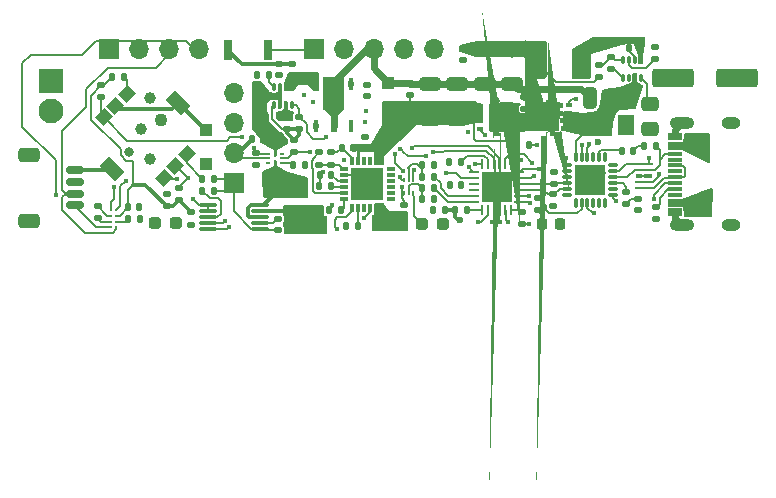
<source format=gtl>
%TF.GenerationSoftware,KiCad,Pcbnew,9.0.0*%
%TF.CreationDate,2025-05-10T22:56:34+02:00*%
%TF.ProjectId,CYPD3177_3.3V_V2_+_OLED,43595044-3331-4373-975f-332e33565f56,rev?*%
%TF.SameCoordinates,Original*%
%TF.FileFunction,Copper,L1,Top*%
%TF.FilePolarity,Positive*%
%FSLAX46Y46*%
G04 Gerber Fmt 4.6, Leading zero omitted, Abs format (unit mm)*
G04 Created by KiCad (PCBNEW 9.0.0) date 2025-05-10 22:56:34*
%MOMM*%
%LPD*%
G01*
G04 APERTURE LIST*
G04 Aperture macros list*
%AMRoundRect*
0 Rectangle with rounded corners*
0 $1 Rounding radius*
0 $2 $3 $4 $5 $6 $7 $8 $9 X,Y pos of 4 corners*
0 Add a 4 corners polygon primitive as box body*
4,1,4,$2,$3,$4,$5,$6,$7,$8,$9,$2,$3,0*
0 Add four circle primitives for the rounded corners*
1,1,$1+$1,$2,$3*
1,1,$1+$1,$4,$5*
1,1,$1+$1,$6,$7*
1,1,$1+$1,$8,$9*
0 Add four rect primitives between the rounded corners*
20,1,$1+$1,$2,$3,$4,$5,0*
20,1,$1+$1,$4,$5,$6,$7,0*
20,1,$1+$1,$6,$7,$8,$9,0*
20,1,$1+$1,$8,$9,$2,$3,0*%
%AMRotRect*
0 Rectangle, with rotation*
0 The origin of the aperture is its center*
0 $1 length*
0 $2 width*
0 $3 Rotation angle, in degrees counterclockwise*
0 Add horizontal line*
21,1,$1,$2,0,0,$3*%
%AMFreePoly0*
4,1,61,-0.141464,1.608536,-0.140000,1.605000,-0.140000,1.230000,0.990000,1.230000,0.993536,1.228536,0.995000,1.225000,0.995000,1.180000,1.290000,1.180000,1.293536,1.178536,1.295000,1.175000,1.295000,0.775000,1.293536,0.771464,1.290000,0.770000,0.995000,0.770000,0.995000,0.530000,1.290000,0.530000,1.293536,0.528536,1.295000,0.525000,1.295000,0.125000,1.293536,0.121464,
1.290000,0.120000,0.995000,0.120000,0.995000,-0.120000,1.290000,-0.120000,1.293536,-0.121464,1.295000,-0.125000,1.295000,-0.525000,1.293536,-0.528536,1.290000,-0.530000,0.995000,-0.530000,0.995000,-0.770000,1.290000,-0.770000,1.293536,-0.771464,1.295000,-0.775000,1.295000,-1.175000,1.293536,-1.178536,1.290000,-1.180000,0.995000,-1.180000,0.995000,-1.225000,0.993536,-1.228536,
0.990000,-1.230000,-0.140000,-1.230000,-0.140000,-1.605000,-0.141464,-1.608536,-0.145000,-1.610000,-0.575000,-1.610000,-0.578536,-1.608536,-0.580000,-1.605000,-0.580000,-1.230000,-0.990000,-1.230000,-0.993536,-1.228536,-0.995000,-1.225000,-0.995000,1.225000,-0.993536,1.228536,-0.990000,1.230000,-0.580000,1.230000,-0.580000,1.605000,-0.578536,1.608536,-0.575000,1.610000,-0.145000,1.610000,
-0.141464,1.608536,-0.141464,1.608536,$1*%
%AMFreePoly1*
4,1,23,0.885280,4.174580,0.889000,4.165600,0.889000,1.397000,0.885280,1.388020,0.884899,1.387654,0.254000,0.807226,0.254000,0.508000,0.250280,0.499020,0.241300,0.495300,0.241300,-0.508000,-0.241300,-0.508000,-0.241300,0.495300,-0.250280,0.499020,-0.254000,0.508000,-0.254000,0.807226,-0.884899,1.387654,-0.888989,1.396471,-0.889000,1.397000,-0.889000,4.165600,-0.885280,4.174580,
-0.876300,4.178300,0.876300,4.178300,0.885280,4.174580,0.885280,4.174580,$1*%
G04 Aperture macros list end*
%TA.AperFunction,SMDPad,CuDef*%
%ADD10R,0.800000X1.700000*%
%TD*%
%TA.AperFunction,ComponentPad*%
%ADD11R,1.700000X1.700000*%
%TD*%
%TA.AperFunction,ComponentPad*%
%ADD12O,1.700000X1.700000*%
%TD*%
%TA.AperFunction,SMDPad,CuDef*%
%ADD13RoundRect,0.140000X-0.140000X-0.170000X0.140000X-0.170000X0.140000X0.170000X-0.140000X0.170000X0*%
%TD*%
%TA.AperFunction,SMDPad,CuDef*%
%ADD14RoundRect,0.135000X0.135000X0.185000X-0.135000X0.185000X-0.135000X-0.185000X0.135000X-0.185000X0*%
%TD*%
%TA.AperFunction,SMDPad,CuDef*%
%ADD15RoundRect,0.140000X0.170000X-0.140000X0.170000X0.140000X-0.170000X0.140000X-0.170000X-0.140000X0*%
%TD*%
%TA.AperFunction,SMDPad,CuDef*%
%ADD16RoundRect,0.140000X-0.170000X0.140000X-0.170000X-0.140000X0.170000X-0.140000X0.170000X0.140000X0*%
%TD*%
%TA.AperFunction,SMDPad,CuDef*%
%ADD17R,0.450000X0.200000*%
%TD*%
%TA.AperFunction,SMDPad,CuDef*%
%ADD18R,0.250000X0.700000*%
%TD*%
%TA.AperFunction,SMDPad,CuDef*%
%ADD19RoundRect,0.135000X0.185000X-0.135000X0.185000X0.135000X-0.185000X0.135000X-0.185000X-0.135000X0*%
%TD*%
%TA.AperFunction,SMDPad,CuDef*%
%ADD20RoundRect,0.135000X-0.135000X-0.185000X0.135000X-0.185000X0.135000X0.185000X-0.135000X0.185000X0*%
%TD*%
%TA.AperFunction,SMDPad,CuDef*%
%ADD21RoundRect,0.140000X0.140000X0.170000X-0.140000X0.170000X-0.140000X-0.170000X0.140000X-0.170000X0*%
%TD*%
%TA.AperFunction,SMDPad,CuDef*%
%ADD22RoundRect,0.075000X-0.650000X-0.075000X0.650000X-0.075000X0.650000X0.075000X-0.650000X0.075000X0*%
%TD*%
%TA.AperFunction,SMDPad,CuDef*%
%ADD23RoundRect,0.250000X-1.500000X-0.550000X1.500000X-0.550000X1.500000X0.550000X-1.500000X0.550000X0*%
%TD*%
%TA.AperFunction,SMDPad,CuDef*%
%ADD24R,0.300000X0.800000*%
%TD*%
%TA.AperFunction,SMDPad,CuDef*%
%ADD25R,0.800000X0.300000*%
%TD*%
%TA.AperFunction,SMDPad,CuDef*%
%ADD26R,2.800000X2.800000*%
%TD*%
%TA.AperFunction,SMDPad,CuDef*%
%ADD27R,0.150000X0.365000*%
%TD*%
%TA.AperFunction,SMDPad,CuDef*%
%ADD28R,0.500000X0.350000*%
%TD*%
%TA.AperFunction,SMDPad,CuDef*%
%ADD29FreePoly0,0.000000*%
%TD*%
%TA.AperFunction,SMDPad,CuDef*%
%ADD30RoundRect,0.062500X-0.350000X-0.062500X0.350000X-0.062500X0.350000X0.062500X-0.350000X0.062500X0*%
%TD*%
%TA.AperFunction,SMDPad,CuDef*%
%ADD31RoundRect,0.062500X-0.062500X-0.350000X0.062500X-0.350000X0.062500X0.350000X-0.062500X0.350000X0*%
%TD*%
%TA.AperFunction,HeatsinkPad*%
%ADD32R,2.600000X2.600000*%
%TD*%
%TA.AperFunction,SMDPad,CuDef*%
%ADD33RoundRect,0.135000X-0.185000X0.135000X-0.185000X-0.135000X0.185000X-0.135000X0.185000X0.135000X0*%
%TD*%
%TA.AperFunction,SMDPad,CuDef*%
%ADD34RoundRect,0.218750X0.218750X0.256250X-0.218750X0.256250X-0.218750X-0.256250X0.218750X-0.256250X0*%
%TD*%
%TA.AperFunction,SMDPad,CuDef*%
%ADD35RoundRect,0.250000X0.475000X-0.337500X0.475000X0.337500X-0.475000X0.337500X-0.475000X-0.337500X0*%
%TD*%
%TA.AperFunction,SMDPad,CuDef*%
%ADD36RoundRect,0.250001X0.462499X0.624999X-0.462499X0.624999X-0.462499X-0.624999X0.462499X-0.624999X0*%
%TD*%
%TA.AperFunction,SMDPad,CuDef*%
%ADD37RoundRect,0.250000X0.325000X0.650000X-0.325000X0.650000X-0.325000X-0.650000X0.325000X-0.650000X0*%
%TD*%
%TA.AperFunction,SMDPad,CuDef*%
%ADD38R,0.431800X1.016000*%
%TD*%
%TA.AperFunction,SMDPad,CuDef*%
%ADD39FreePoly1,0.000000*%
%TD*%
%TA.AperFunction,SMDPad,CuDef*%
%ADD40RoundRect,0.250000X0.650000X-0.325000X0.650000X0.325000X-0.650000X0.325000X-0.650000X-0.325000X0*%
%TD*%
%TA.AperFunction,SMDPad,CuDef*%
%ADD41RoundRect,0.250001X-0.624999X0.462499X-0.624999X-0.462499X0.624999X-0.462499X0.624999X0.462499X0*%
%TD*%
%TA.AperFunction,SMDPad,CuDef*%
%ADD42FreePoly0,180.000000*%
%TD*%
%TA.AperFunction,SMDPad,CuDef*%
%ADD43RoundRect,0.025000X0.257500X0.075000X-0.257500X0.075000X-0.257500X-0.075000X0.257500X-0.075000X0*%
%TD*%
%TA.AperFunction,SMDPad,CuDef*%
%ADD44RoundRect,0.050000X0.232500X0.150000X-0.232500X0.150000X-0.232500X-0.150000X0.232500X-0.150000X0*%
%TD*%
%TA.AperFunction,SMDPad,CuDef*%
%ADD45RoundRect,0.237500X-0.287500X-0.237500X0.287500X-0.237500X0.287500X0.237500X-0.287500X0.237500X0*%
%TD*%
%TA.AperFunction,SMDPad,CuDef*%
%ADD46RoundRect,0.250000X-0.650000X0.325000X-0.650000X-0.325000X0.650000X-0.325000X0.650000X0.325000X0*%
%TD*%
%TA.AperFunction,SMDPad,CuDef*%
%ADD47RoundRect,0.075000X-0.350000X-0.075000X0.350000X-0.075000X0.350000X0.075000X-0.350000X0.075000X0*%
%TD*%
%TA.AperFunction,SMDPad,CuDef*%
%ADD48RoundRect,0.075000X-0.075000X-0.350000X0.075000X-0.350000X0.075000X0.350000X-0.075000X0.350000X0*%
%TD*%
%TA.AperFunction,HeatsinkPad*%
%ADD49R,2.650000X2.650000*%
%TD*%
%TA.AperFunction,SMDPad,CuDef*%
%ADD50RoundRect,0.040000X0.120000X-0.290000X0.120000X0.290000X-0.120000X0.290000X-0.120000X-0.290000X0*%
%TD*%
%TA.AperFunction,SMDPad,CuDef*%
%ADD51RoundRect,0.150000X-0.625000X0.150000X-0.625000X-0.150000X0.625000X-0.150000X0.625000X0.150000X0*%
%TD*%
%TA.AperFunction,SMDPad,CuDef*%
%ADD52RoundRect,0.250000X-0.650000X0.350000X-0.650000X-0.350000X0.650000X-0.350000X0.650000X0.350000X0*%
%TD*%
%TA.AperFunction,SMDPad,CuDef*%
%ADD53R,1.150000X0.300000*%
%TD*%
%TA.AperFunction,ComponentPad*%
%ADD54C,0.650000*%
%TD*%
%TA.AperFunction,HeatsinkPad*%
%ADD55O,2.100000X1.000000*%
%TD*%
%TA.AperFunction,HeatsinkPad*%
%ADD56O,1.600000X1.000000*%
%TD*%
%TA.AperFunction,SMDPad,CuDef*%
%ADD57RoundRect,0.250001X0.499999X0.999999X-0.499999X0.999999X-0.499999X-0.999999X0.499999X-0.999999X0*%
%TD*%
%TA.AperFunction,SMDPad,CuDef*%
%ADD58RoundRect,0.050000X0.100000X-0.285000X0.100000X0.285000X-0.100000X0.285000X-0.100000X-0.285000X0*%
%TD*%
%TA.AperFunction,SMDPad,CuDef*%
%ADD59RoundRect,0.250000X0.300000X-0.300000X0.300000X0.300000X-0.300000X0.300000X-0.300000X-0.300000X0*%
%TD*%
%TA.AperFunction,ComponentPad*%
%ADD60RoundRect,0.250001X-0.799999X0.799999X-0.799999X-0.799999X0.799999X-0.799999X0.799999X0.799999X0*%
%TD*%
%TA.AperFunction,ComponentPad*%
%ADD61C,2.100000*%
%TD*%
%TA.AperFunction,ComponentPad*%
%ADD62C,1.100000*%
%TD*%
%TA.AperFunction,ComponentPad*%
%ADD63C,0.800000*%
%TD*%
%TA.AperFunction,SMDPad,CuDef*%
%ADD64RotRect,1.000000X1.100000X315.000000*%
%TD*%
%TA.AperFunction,SMDPad,CuDef*%
%ADD65RotRect,1.800000X1.150000X315.000000*%
%TD*%
%TA.AperFunction,BGAPad,CuDef*%
%ADD66C,0.265000*%
%TD*%
%TA.AperFunction,ViaPad*%
%ADD67C,0.400000*%
%TD*%
%TA.AperFunction,ViaPad*%
%ADD68C,1.000000*%
%TD*%
%TA.AperFunction,ViaPad*%
%ADD69C,0.600000*%
%TD*%
%TA.AperFunction,ViaPad*%
%ADD70C,1.200000*%
%TD*%
%TA.AperFunction,Conductor*%
%ADD71C,0.200000*%
%TD*%
%TA.AperFunction,Conductor*%
%ADD72C,0.300000*%
%TD*%
%TA.AperFunction,Conductor*%
%ADD73C,0.150000*%
%TD*%
%TA.AperFunction,Conductor*%
%ADD74C,0.600000*%
%TD*%
G04 APERTURE END LIST*
D10*
X117930000Y-81350000D03*
X121330000Y-81350000D03*
D11*
X107920000Y-81290000D03*
D12*
X110460000Y-81290000D03*
X113000000Y-81290000D03*
X115540000Y-81290000D03*
D13*
X126680000Y-91920000D03*
X125720000Y-91920000D03*
D14*
X126700000Y-92850000D03*
X125680000Y-92850000D03*
X121400000Y-83440000D03*
X120380000Y-83440000D03*
D13*
X120020000Y-88910000D03*
X120980000Y-88910000D03*
D15*
X123390000Y-82520000D03*
X123390000Y-83480000D03*
D16*
X122320000Y-83490000D03*
X122320000Y-82530000D03*
D15*
X133400000Y-85130000D03*
X133400000Y-84170000D03*
D17*
X122560000Y-90120000D03*
D18*
X121960000Y-90045000D03*
D17*
X121360000Y-90120000D03*
X121360000Y-90520000D03*
X121360000Y-90920000D03*
D18*
X121960000Y-90995000D03*
D17*
X122560000Y-90920000D03*
X122560000Y-90520000D03*
D16*
X137900000Y-81240000D03*
X137900000Y-82200000D03*
D19*
X113790000Y-94050000D03*
X113790000Y-93030000D03*
D15*
X152690000Y-94900000D03*
X152690000Y-93940000D03*
D20*
X108170000Y-83630000D03*
X109190000Y-83630000D03*
D21*
X137680000Y-92800000D03*
X136720000Y-92800000D03*
D16*
X129700000Y-84290000D03*
X129700000Y-85250000D03*
D19*
X124000000Y-88010000D03*
X124000000Y-86990000D03*
D22*
X116310000Y-94490000D03*
X116310000Y-94990000D03*
X116310000Y-95490000D03*
X116310000Y-95990000D03*
X116310000Y-96490000D03*
X120710000Y-96490000D03*
X120710000Y-95990000D03*
X120710000Y-95490000D03*
X120710000Y-94990000D03*
X120710000Y-94490000D03*
D23*
X155625000Y-83675000D03*
X161025000Y-83675000D03*
D24*
X131000000Y-90700000D03*
X130500000Y-90700000D03*
X130000000Y-90700000D03*
X129500000Y-90700000D03*
X129000000Y-90700000D03*
X128500000Y-90700000D03*
D25*
X127750000Y-91450000D03*
X127750000Y-91950000D03*
X127750000Y-92450000D03*
X127750000Y-92950000D03*
X127750000Y-93450000D03*
X127750000Y-93950000D03*
D24*
X128500000Y-94700000D03*
X129000000Y-94700000D03*
X129500000Y-94700000D03*
X130000000Y-94700000D03*
X130500000Y-94700000D03*
X131000000Y-94700000D03*
D25*
X131750000Y-93950000D03*
X131750000Y-93450000D03*
X131750000Y-92950000D03*
X131750000Y-92450000D03*
X131750000Y-91950000D03*
X131750000Y-91450000D03*
D26*
X129750000Y-92700000D03*
D27*
X133600000Y-92300000D03*
X133250000Y-92300000D03*
X132900000Y-92300000D03*
X132900000Y-93464000D03*
X133250000Y-93464000D03*
X133600000Y-93464000D03*
D28*
X139315000Y-86045000D03*
X139315000Y-86695000D03*
X139315000Y-87345000D03*
X139315000Y-87995000D03*
D29*
X141075000Y-87020000D03*
D13*
X151920000Y-81200000D03*
X152880000Y-81200000D03*
D30*
X138762500Y-91687500D03*
X138762500Y-92187500D03*
X138762500Y-92687500D03*
X138762500Y-93187500D03*
X138762500Y-93687500D03*
X138762500Y-94187500D03*
D31*
X139450000Y-94875000D03*
X139950000Y-94875000D03*
X140450000Y-94875000D03*
X140950000Y-94875000D03*
X141450000Y-94875000D03*
X141950000Y-94875000D03*
D30*
X142637500Y-94187500D03*
X142637500Y-93687500D03*
X142637500Y-93187500D03*
X142637500Y-92687500D03*
X142637500Y-92187500D03*
X142637500Y-91687500D03*
D31*
X141950000Y-91000000D03*
X141450000Y-91000000D03*
X140950000Y-91000000D03*
X140450000Y-91000000D03*
X139950000Y-91000000D03*
X139450000Y-91000000D03*
D32*
X140700000Y-92937500D03*
D19*
X120360000Y-91055000D03*
X120360000Y-90035000D03*
D20*
X134375000Y-91100000D03*
X135395000Y-91100000D03*
D16*
X151700000Y-93387500D03*
X151700000Y-94347500D03*
D20*
X134375000Y-92050000D03*
X135395000Y-92050000D03*
D33*
X150400000Y-81900000D03*
X150400000Y-82920000D03*
X144200000Y-93880000D03*
X144200000Y-94900000D03*
D20*
X134390000Y-93000000D03*
X135410000Y-93000000D03*
D13*
X151310000Y-89860000D03*
X152270000Y-89860000D03*
D34*
X146087500Y-96100000D03*
X144512500Y-96100000D03*
D35*
X153690000Y-87987500D03*
X153690000Y-85912500D03*
D36*
X151700000Y-87720000D03*
X148725000Y-87720000D03*
D20*
X134390000Y-93975000D03*
X135410000Y-93975000D03*
D37*
X151535000Y-85400000D03*
X148585000Y-85400000D03*
D33*
X145530000Y-91670000D03*
X145530000Y-92690000D03*
D19*
X123590000Y-89965000D03*
X123590000Y-88945000D03*
D38*
X125400000Y-87755200D03*
D39*
X126900000Y-87755200D03*
D38*
X128400000Y-87755200D03*
X128400000Y-84250000D03*
X125400000Y-84250000D03*
D14*
X154230000Y-89470000D03*
X153210000Y-89470000D03*
X127560000Y-94890000D03*
X126540000Y-94890000D03*
D15*
X129580000Y-89630000D03*
X129580000Y-88670000D03*
D33*
X154240000Y-94650000D03*
X154240000Y-95670000D03*
D40*
X135050000Y-87135000D03*
X135050000Y-84185000D03*
D33*
X145510000Y-93560000D03*
X145510000Y-94580000D03*
D19*
X112760000Y-94540000D03*
X112760000Y-93520000D03*
D41*
X123820000Y-93112500D03*
X123820000Y-96087500D03*
D19*
X126660000Y-91030000D03*
X126660000Y-90010000D03*
D14*
X137700000Y-90825000D03*
X136680000Y-90825000D03*
D19*
X143050000Y-86310000D03*
X143050000Y-85290000D03*
D14*
X116800000Y-93240000D03*
X115780000Y-93240000D03*
D33*
X125690000Y-90010000D03*
X125690000Y-91030000D03*
D28*
X146810000Y-87975000D03*
X146810000Y-87325000D03*
X146810000Y-86675000D03*
X146810000Y-86025000D03*
D42*
X145050000Y-87000000D03*
D20*
X137190000Y-94900000D03*
X138210000Y-94900000D03*
D43*
X153600000Y-93000000D03*
X153600000Y-92500000D03*
D44*
X153600000Y-92000000D03*
D43*
X153600000Y-91500000D03*
X153600000Y-91000000D03*
X152765000Y-91000000D03*
X152765000Y-91500000D03*
D44*
X152765000Y-92000000D03*
D43*
X152765000Y-92500000D03*
X152765000Y-93000000D03*
D45*
X111800000Y-95950000D03*
X113550000Y-95950000D03*
D46*
X142000000Y-81225000D03*
X142000000Y-84175000D03*
D47*
X146700000Y-91110000D03*
X146700000Y-91610000D03*
X146700000Y-92110000D03*
X146700000Y-92610000D03*
X146700000Y-93110000D03*
X146700000Y-93610000D03*
D48*
X147400000Y-94310000D03*
X147900000Y-94310000D03*
X148400000Y-94310000D03*
X148900000Y-94310000D03*
X149400000Y-94310000D03*
X149900000Y-94310000D03*
D47*
X150600000Y-93610000D03*
X150600000Y-93110000D03*
X150600000Y-92610000D03*
X150600000Y-92110000D03*
X150600000Y-91610000D03*
X150600000Y-91110000D03*
D48*
X149900000Y-90410000D03*
X149400000Y-90410000D03*
X148900000Y-90410000D03*
X148400000Y-90410000D03*
X147900000Y-90410000D03*
X147400000Y-90410000D03*
D49*
X148650000Y-92360000D03*
D20*
X127920000Y-96260000D03*
X128940000Y-96260000D03*
D15*
X132900000Y-95405000D03*
X132900000Y-94445000D03*
D50*
X151400000Y-83670000D03*
X151900000Y-83670000D03*
X152400000Y-83670000D03*
X152900000Y-83670000D03*
X152900000Y-82200000D03*
X152400000Y-82200000D03*
X151900000Y-82200000D03*
X151400000Y-82200000D03*
D51*
X105000000Y-91500000D03*
X105000000Y-92500000D03*
X105000000Y-93500000D03*
X105000000Y-94500000D03*
D52*
X101125000Y-90200000D03*
X101125000Y-95800000D03*
D40*
X137360000Y-87135000D03*
X137360000Y-84185000D03*
D53*
X155800000Y-95210000D03*
D54*
X156865000Y-94750000D03*
D53*
X155800000Y-94410000D03*
X155800000Y-93110000D03*
X155800000Y-92110000D03*
X155800000Y-91610000D03*
X155800000Y-90610000D03*
X155800000Y-89310000D03*
D54*
X156865000Y-88970000D03*
D53*
X155800000Y-88510000D03*
X155800000Y-88810000D03*
X155800000Y-89610000D03*
X155800000Y-90110000D03*
X155800000Y-91110000D03*
X155800000Y-92610000D03*
X155800000Y-93610000D03*
X155800000Y-94110000D03*
X155800000Y-94910000D03*
D55*
X156365000Y-96180000D03*
D56*
X160545000Y-96180000D03*
D55*
X156365000Y-87540000D03*
D56*
X160545000Y-87540000D03*
D13*
X123500000Y-91030000D03*
X124460000Y-91030000D03*
D19*
X154100000Y-82110000D03*
X154100000Y-81090000D03*
D16*
X122180000Y-95620000D03*
X122180000Y-96580000D03*
D20*
X135330000Y-94900000D03*
X136350000Y-94900000D03*
D57*
X147900000Y-82500000D03*
X144200000Y-82500000D03*
D14*
X116800000Y-92270000D03*
X115780000Y-92270000D03*
D15*
X106920000Y-94580000D03*
X106920000Y-95540000D03*
D58*
X121850000Y-85980000D03*
X122350000Y-85980000D03*
X122850000Y-85980000D03*
X123350000Y-85980000D03*
X123350000Y-84500000D03*
X122850000Y-84500000D03*
X122350000Y-84500000D03*
X121850000Y-84500000D03*
D46*
X139700000Y-81225000D03*
X139700000Y-84175000D03*
D33*
X107250000Y-84330000D03*
X107250000Y-85350000D03*
D20*
X127590000Y-89600000D03*
X128610000Y-89600000D03*
D45*
X134425000Y-96100000D03*
X136175000Y-96100000D03*
D14*
X143460000Y-89340000D03*
X142440000Y-89340000D03*
D59*
X131550000Y-86950000D03*
X131550000Y-84150000D03*
X116075000Y-90950000D03*
X116075000Y-88150000D03*
D15*
X123000000Y-87990000D03*
X123000000Y-87030000D03*
D33*
X142880000Y-95050000D03*
X142880000Y-96070000D03*
D60*
X103000000Y-84000000D03*
D61*
X103000000Y-86540000D03*
D14*
X109490000Y-95620000D03*
X110510000Y-95620000D03*
D11*
X125215000Y-81260000D03*
D12*
X127755000Y-81260000D03*
X130295000Y-81260000D03*
X132835000Y-81260000D03*
X135375000Y-81260000D03*
D62*
X112304037Y-87262132D03*
D63*
X109617031Y-89949138D03*
D64*
X109404899Y-85070101D03*
X108414950Y-86060051D03*
X107425000Y-87050000D03*
X114496068Y-90161270D03*
X113506118Y-91151219D03*
X112516169Y-92141169D03*
D65*
X113767748Y-85798421D03*
X108153320Y-91412849D03*
D66*
X108020000Y-94860000D03*
X108020000Y-95360000D03*
X108020000Y-95860000D03*
X108020000Y-96360000D03*
X108520000Y-96360000D03*
X108520000Y-95860000D03*
X108520000Y-95360000D03*
X108520000Y-94860000D03*
D19*
X149400000Y-83620000D03*
X149400000Y-82600000D03*
X114830000Y-96112500D03*
X114830000Y-95092500D03*
D12*
X118460000Y-84960000D03*
X118460000Y-87500000D03*
X118460000Y-90040000D03*
D11*
X118460000Y-92580000D03*
D13*
X110470000Y-94670000D03*
X109510000Y-94670000D03*
D67*
X154240000Y-94650000D03*
X154003035Y-93981874D03*
X148530000Y-89330000D03*
X109320000Y-92410000D03*
D68*
X111340000Y-90530000D03*
D67*
X110470000Y-94670000D03*
X108330000Y-92930000D03*
X113662136Y-92256388D03*
D69*
X108153320Y-91412849D03*
D68*
X111340000Y-85440000D03*
X110620000Y-87990000D03*
D67*
X139140000Y-95880000D03*
X114540000Y-92190000D03*
X138888724Y-91017295D03*
X138264000Y-88279182D03*
X109404899Y-85070101D03*
X103370000Y-93590000D03*
X105000000Y-94500000D03*
X143548616Y-94279646D03*
X143438635Y-93687500D03*
D68*
X139690000Y-81450000D03*
X141990000Y-81480000D03*
D69*
X113767748Y-85798421D03*
D67*
X114970000Y-93980000D03*
X123000000Y-87990000D03*
X121400000Y-83440000D03*
X122180000Y-95620000D03*
X126009718Y-91647955D03*
X124460000Y-91030000D03*
X126760000Y-94480000D03*
X132660000Y-92970000D03*
X152270000Y-89860000D03*
X154240000Y-95670000D03*
X151700000Y-94347500D03*
X143490000Y-96070000D03*
D69*
X117970000Y-81390000D03*
X116075000Y-88150000D03*
X146100000Y-96190000D03*
D68*
X142000000Y-84175000D03*
X139700000Y-84175000D03*
D67*
X135395314Y-91100314D03*
X136400000Y-91730000D03*
X135410000Y-93970000D03*
X136720000Y-92800000D03*
D68*
X130080000Y-91990000D03*
X149450000Y-91790000D03*
X140700000Y-92937500D03*
D67*
X136680000Y-90825000D03*
D69*
X137590000Y-95690000D03*
D67*
X145530000Y-91670000D03*
X145510000Y-94580000D03*
D69*
X149290000Y-89120000D03*
D67*
X144200000Y-82500000D03*
X127760000Y-90610000D03*
X137680000Y-92800000D03*
X120380000Y-83440000D03*
X124420000Y-85139000D03*
D68*
X122420000Y-93160000D03*
X158376000Y-93710000D03*
X158230000Y-90070000D03*
D67*
X129670000Y-86470000D03*
X129550000Y-87460000D03*
X125180000Y-85740000D03*
D69*
X122350000Y-86990000D03*
D70*
X160950000Y-83675000D03*
D67*
X133747262Y-91500027D03*
D69*
X153690000Y-85912500D03*
D67*
X153327000Y-92000000D03*
X154100000Y-81090000D03*
X150400000Y-82920000D03*
D70*
X151700000Y-87720000D03*
D68*
X158210000Y-88950000D03*
D67*
X146550000Y-90500000D03*
D68*
X158270000Y-94910000D03*
D70*
X153690000Y-87987500D03*
D69*
X123000000Y-87030000D03*
X129700000Y-84290000D03*
X128400000Y-84250000D03*
X125400000Y-87755200D03*
D68*
X154430000Y-83670000D03*
X135040000Y-86560000D03*
X133280000Y-86510000D03*
X156800000Y-83650000D03*
X132160000Y-95870000D03*
X123820000Y-93112500D03*
X130920000Y-95850000D03*
X123820000Y-96087500D03*
X125540000Y-96090000D03*
D67*
X132500000Y-92100000D03*
D69*
X111800000Y-95950000D03*
D67*
X134425000Y-96100000D03*
X133550000Y-89660000D03*
X115780000Y-93240000D03*
X119160000Y-88730000D03*
X138340000Y-91260000D03*
X154446832Y-91876085D03*
X153570000Y-90490000D03*
X115780000Y-92270000D03*
X140353300Y-95897737D03*
X143050000Y-86310000D03*
X150850000Y-94150000D03*
X144150000Y-89350000D03*
X120161000Y-89620000D03*
X132750000Y-91554564D03*
X132120000Y-90110000D03*
X140980000Y-95860000D03*
X132560000Y-89690000D03*
X134740000Y-90340000D03*
X124880000Y-89965000D03*
X143840000Y-91970000D03*
X143725000Y-90866479D03*
X127190000Y-96520000D03*
X142880000Y-95050000D03*
X144270000Y-91400000D03*
X148980000Y-95150000D03*
X118070000Y-96300000D03*
X145530000Y-92690000D03*
X135300000Y-89990000D03*
X127560000Y-94890000D03*
X128940000Y-96260000D03*
X141646446Y-95906446D03*
X117730000Y-95790000D03*
X145500000Y-93560000D03*
X126270000Y-88660000D03*
X142800000Y-90650000D03*
X139700000Y-88500000D03*
X147450000Y-85490000D03*
X147930000Y-89360000D03*
X138210000Y-94900000D03*
X129500000Y-95560000D03*
D71*
X154504035Y-94385965D02*
X154240000Y-94650000D01*
X154504035Y-93835965D02*
X154504035Y-94385965D01*
X155225000Y-93115000D02*
X154504035Y-93835965D01*
X154003035Y-93616965D02*
X154003035Y-93981874D01*
X155005000Y-92615000D02*
X154003035Y-93616965D01*
X155225000Y-93115000D02*
X155810000Y-93115000D01*
X155005000Y-92615000D02*
X155810000Y-92615000D01*
X153327000Y-92000000D02*
X152765000Y-92000000D01*
X153600000Y-90520000D02*
X153600000Y-91000000D01*
X153570000Y-90490000D02*
X153600000Y-90520000D01*
X148530000Y-89470000D02*
X148530000Y-89330000D01*
X148400000Y-89600000D02*
X148530000Y-89470000D01*
X147900000Y-89390000D02*
X147930000Y-89360000D01*
X147900000Y-90410000D02*
X147900000Y-89390000D01*
X108330000Y-92930000D02*
X108275002Y-92984998D01*
X108020000Y-94170000D02*
X108020000Y-94860000D01*
X108275002Y-93914998D02*
X108020000Y-94170000D01*
X108275002Y-92984998D02*
X108275002Y-93914998D01*
X108830000Y-93122125D02*
X108830000Y-94550000D01*
X108850000Y-92880000D02*
X108850000Y-93102125D01*
X109320000Y-92410000D02*
X108850000Y-92880000D01*
X108850000Y-93102125D02*
X108830000Y-93122125D01*
X108830000Y-94550000D02*
X108520000Y-94860000D01*
X100540000Y-87828840D02*
X103370000Y-90658840D01*
X103370000Y-90658840D02*
X103370000Y-93590000D01*
X100540000Y-82470000D02*
X100540000Y-87828840D01*
X101271538Y-81738462D02*
X100540000Y-82470000D01*
X105579538Y-81738462D02*
X101271538Y-81738462D01*
X109830138Y-90700138D02*
X109910232Y-90780232D01*
X109910232Y-90780232D02*
X109910232Y-92749000D01*
X108866031Y-90260212D02*
X109305957Y-90700138D01*
X108866031Y-89736031D02*
X108866031Y-90260212D01*
X106381538Y-87251538D02*
X108866031Y-89736031D01*
X109305957Y-90700138D02*
X109830138Y-90700138D01*
X106381538Y-85198462D02*
X106381538Y-87251538D01*
X107250000Y-84330000D02*
X106381538Y-85198462D01*
X111849000Y-82851000D02*
X113000000Y-81700000D01*
X107788660Y-82851000D02*
X111849000Y-82851000D01*
X105980538Y-86139462D02*
X105980538Y-84659122D01*
X105980538Y-84659122D02*
X107788660Y-82851000D01*
X103924000Y-93198999D02*
X103924000Y-88196000D01*
X103924000Y-88196000D02*
X105980538Y-86139462D01*
X104225001Y-93500000D02*
X103924000Y-93198999D01*
X109510000Y-94300000D02*
X109500000Y-94290000D01*
X109510000Y-94670000D02*
X109510000Y-94300000D01*
X107700000Y-95360000D02*
X106920000Y-94580000D01*
X108020000Y-95360000D02*
X107700000Y-95360000D01*
X109499660Y-94670000D02*
X109510000Y-94670000D01*
X108809660Y-95360000D02*
X109499660Y-94670000D01*
X108520000Y-95360000D02*
X108809660Y-95360000D01*
X109250000Y-95860000D02*
X109490000Y-95620000D01*
X108520000Y-95860000D02*
X109250000Y-95860000D01*
X107240000Y-95860000D02*
X106920000Y-95540000D01*
X108020000Y-95860000D02*
X107240000Y-95860000D01*
X108199562Y-96793500D02*
X108520000Y-96473062D01*
X108520000Y-96473062D02*
X108520000Y-96360000D01*
X105876532Y-96793500D02*
X108199562Y-96793500D01*
X103924000Y-94840968D02*
X105876532Y-96793500D01*
X103924000Y-93801001D02*
X103924000Y-94840968D01*
X104225001Y-93500000D02*
X103924000Y-93801001D01*
X106802450Y-96360000D02*
X108020000Y-96360000D01*
X105361000Y-94861000D02*
X105361000Y-94918550D01*
X105361000Y-94918550D02*
X106802450Y-96360000D01*
X109500000Y-93159232D02*
X109910232Y-92749000D01*
X109500000Y-94290000D02*
X109500000Y-93159232D01*
D72*
X110969000Y-92749000D02*
X109910232Y-92749000D01*
X112760000Y-94540000D02*
X110969000Y-92749000D01*
D71*
X113790000Y-92940000D02*
X114540000Y-92190000D01*
X113790000Y-93030000D02*
X113790000Y-92940000D01*
X112631388Y-92256388D02*
X112516169Y-92141169D01*
X113662136Y-92256388D02*
X112631388Y-92256388D01*
X113790000Y-91435101D02*
X113506118Y-91151219D01*
X113790000Y-91440000D02*
X113790000Y-91435101D01*
X114540000Y-92190000D02*
X113790000Y-91440000D01*
D72*
X105000000Y-91500000D02*
X105774999Y-91500000D01*
D71*
X139373298Y-95880000D02*
X139140000Y-95880000D01*
X139950000Y-95303298D02*
X139373298Y-95880000D01*
X139950000Y-94875000D02*
X139950000Y-95303298D01*
X138906019Y-91000000D02*
X138888724Y-91017295D01*
X139450000Y-91000000D02*
X138906019Y-91000000D01*
X138620000Y-91545000D02*
X138762500Y-91687500D01*
X138340000Y-91260000D02*
X138620000Y-91540000D01*
X138620000Y-91540000D02*
X138620000Y-91545000D01*
X109404899Y-83844899D02*
X109190000Y-83630000D01*
X109404899Y-85070101D02*
X109404899Y-83844899D01*
X106769000Y-80549000D02*
X114389000Y-80549000D01*
X105579538Y-81738462D02*
X106769000Y-80549000D01*
X114389000Y-80549000D02*
X115540000Y-81700000D01*
X105000000Y-93500000D02*
X104225001Y-93500000D01*
X105000000Y-94500000D02*
X105361000Y-94861000D01*
D73*
X143377500Y-94187500D02*
X142637500Y-94187500D01*
X143469646Y-94279646D02*
X143377500Y-94187500D01*
X143548616Y-94279646D02*
X143469646Y-94279646D01*
X142637500Y-93687500D02*
X143438635Y-93687500D01*
D72*
X144512500Y-95212500D02*
X144200000Y-94900000D01*
X144512500Y-96100000D02*
X144512500Y-95212500D01*
X142000000Y-81470000D02*
X141990000Y-81480000D01*
X142000000Y-81225000D02*
X142000000Y-81470000D01*
X139700000Y-81440000D02*
X139690000Y-81450000D01*
X139700000Y-81225000D02*
X139700000Y-81440000D01*
X113255037Y-86311132D02*
X113767748Y-85798421D01*
X108414950Y-86060051D02*
X108666031Y-86311132D01*
X108666031Y-86311132D02*
X113255037Y-86311132D01*
X116075000Y-88105673D02*
X116075000Y-88150000D01*
X113767748Y-85798421D02*
X116075000Y-88105673D01*
X108066169Y-91500000D02*
X108153320Y-91412849D01*
X105000000Y-91500000D02*
X108066169Y-91500000D01*
D71*
X115480000Y-94490000D02*
X114970000Y-93980000D01*
X116310000Y-94490000D02*
X115480000Y-94490000D01*
X116310000Y-94490000D02*
X116310000Y-94990000D01*
X121400000Y-84050000D02*
X121850000Y-84500000D01*
X121400000Y-83440000D02*
X121400000Y-84050000D01*
X121700000Y-87189943D02*
X122500057Y-87990000D01*
X122500057Y-87990000D02*
X123000000Y-87990000D01*
X121700000Y-86130000D02*
X121700000Y-87189943D01*
X121850000Y-85980000D02*
X121700000Y-86130000D01*
D72*
X123980000Y-87990000D02*
X124000000Y-88010000D01*
X123000000Y-87990000D02*
X123980000Y-87990000D01*
X124000000Y-88535000D02*
X123590000Y-88945000D01*
X124000000Y-88010000D02*
X124000000Y-88535000D01*
X123000000Y-88355000D02*
X123590000Y-88945000D01*
X123000000Y-87990000D02*
X123000000Y-88355000D01*
D73*
X121349000Y-90509000D02*
X118929000Y-90509000D01*
X118929000Y-90509000D02*
X118460000Y-90040000D01*
X121360000Y-90520000D02*
X121349000Y-90509000D01*
D71*
X121810000Y-95990000D02*
X122180000Y-95620000D01*
X120710000Y-95990000D02*
X121810000Y-95990000D01*
X125720000Y-91920000D02*
X125737673Y-91920000D01*
X125737673Y-91920000D02*
X126009718Y-91647955D01*
X126760000Y-94670000D02*
X126760000Y-94480000D01*
X126540000Y-94890000D02*
X126760000Y-94670000D01*
X125720000Y-92810000D02*
X125680000Y-92850000D01*
X125720000Y-91920000D02*
X125720000Y-92810000D01*
X130040000Y-91950000D02*
X130080000Y-91990000D01*
X127750000Y-91950000D02*
X130040000Y-91950000D01*
X132660000Y-92970000D02*
X132660000Y-93624000D01*
X132660000Y-93624000D02*
X132700000Y-93664000D01*
X152660000Y-89470000D02*
X152270000Y-89860000D01*
X153210000Y-89470000D02*
X152660000Y-89470000D01*
X152107500Y-93940000D02*
X151700000Y-94347500D01*
X152690000Y-93940000D02*
X152107500Y-93940000D01*
X142880000Y-96070000D02*
X143490000Y-96070000D01*
D72*
X117970000Y-81390000D02*
X119131000Y-82551000D01*
X123359000Y-82551000D02*
X123390000Y-82520000D01*
X119131000Y-82551000D02*
X123359000Y-82551000D01*
X117930000Y-81350000D02*
X117970000Y-81390000D01*
X118890000Y-90040000D02*
X118460000Y-90040000D01*
X120020000Y-88910000D02*
X118890000Y-90040000D01*
D74*
X143050000Y-84912000D02*
X142790000Y-84652000D01*
X143050000Y-85290000D02*
X143050000Y-84912000D01*
X142477000Y-84652000D02*
X142790000Y-84652000D01*
X142790000Y-84652000D02*
X147837000Y-84652000D01*
X147837000Y-84652000D02*
X148585000Y-85400000D01*
X142000000Y-84175000D02*
X142477000Y-84652000D01*
X155810000Y-88110000D02*
X155810000Y-88515000D01*
X156375000Y-87545000D02*
X155810000Y-88110000D01*
X155810000Y-95620000D02*
X156375000Y-96185000D01*
X155810000Y-95215000D02*
X155810000Y-95620000D01*
X130295000Y-82895000D02*
X131550000Y-84150000D01*
X130295000Y-81260000D02*
X130295000Y-82895000D01*
X129665603Y-81260000D02*
X130295000Y-81260000D01*
X126900000Y-84025603D02*
X129665603Y-81260000D01*
X126900000Y-87755200D02*
X126900000Y-84025603D01*
X133415000Y-84185000D02*
X133400000Y-84170000D01*
X135050000Y-84185000D02*
X133415000Y-84185000D01*
X133400000Y-84170000D02*
X131570000Y-84170000D01*
X131570000Y-84170000D02*
X131550000Y-84150000D01*
X141990000Y-84185000D02*
X142000000Y-84175000D01*
X135050000Y-84185000D02*
X141990000Y-84185000D01*
D71*
X137250000Y-91770000D02*
X137667500Y-92187500D01*
X136440000Y-91770000D02*
X137250000Y-91770000D01*
X137667500Y-92187500D02*
X138762500Y-92187500D01*
X136400000Y-91730000D02*
X136440000Y-91770000D01*
X139830898Y-89885500D02*
X140450000Y-90504602D01*
X136254500Y-89885500D02*
X139830898Y-89885500D01*
X140450000Y-90504602D02*
X140450000Y-91000000D01*
X136150000Y-89990000D02*
X136254500Y-89885500D01*
X135300000Y-89990000D02*
X136150000Y-89990000D01*
D72*
X137190000Y-95440000D02*
X137190000Y-94900000D01*
X137590000Y-95690000D02*
X137440000Y-95690000D01*
X137440000Y-95690000D02*
X137190000Y-95440000D01*
X137190000Y-94900000D02*
X136350000Y-94900000D01*
D71*
X153430000Y-84200000D02*
X152900000Y-83670000D01*
X153430000Y-85652500D02*
X153430000Y-84200000D01*
X153690000Y-85912500D02*
X153430000Y-85652500D01*
X151182500Y-89820000D02*
X151222500Y-89860000D01*
X149531176Y-89820000D02*
X151182500Y-89820000D01*
X149400000Y-89951176D02*
X149531176Y-89820000D01*
X149400000Y-90410000D02*
X149400000Y-89951176D01*
X125125000Y-81350000D02*
X125215000Y-81260000D01*
X121330000Y-81350000D02*
X125125000Y-81350000D01*
X107470000Y-84330000D02*
X108170000Y-83630000D01*
X107250000Y-84330000D02*
X107470000Y-84330000D01*
D72*
X113300000Y-94540000D02*
X113790000Y-94050000D01*
X112760000Y-94540000D02*
X113300000Y-94540000D01*
X114830000Y-95090000D02*
X113790000Y-94050000D01*
X114830000Y-95092500D02*
X114830000Y-95090000D01*
D71*
X120800000Y-96580000D02*
X120710000Y-96490000D01*
X122180000Y-96580000D02*
X120800000Y-96580000D01*
X118460000Y-94998824D02*
X119951176Y-96490000D01*
X119951176Y-96490000D02*
X120710000Y-96490000D01*
X118460000Y-92580000D02*
X118460000Y-94998824D01*
X116800000Y-93240000D02*
X117800000Y-93240000D01*
X117800000Y-93240000D02*
X118460000Y-92580000D01*
X118150000Y-92270000D02*
X118460000Y-92580000D01*
X116800000Y-92270000D02*
X118150000Y-92270000D01*
X120445000Y-90120000D02*
X121360000Y-90120000D01*
X120161000Y-89836000D02*
X120445000Y-90120000D01*
X120161000Y-89620000D02*
X120161000Y-89836000D01*
D72*
X120960000Y-94490000D02*
X120710000Y-94490000D01*
X122000000Y-93450000D02*
X120960000Y-94490000D01*
X122130000Y-93450000D02*
X122000000Y-93450000D01*
X122420000Y-93160000D02*
X122130000Y-93450000D01*
D71*
X123035000Y-90520000D02*
X122560000Y-90520000D01*
X123590000Y-89965000D02*
X123035000Y-90520000D01*
X124880000Y-89965000D02*
X123590000Y-89965000D01*
X124621000Y-87611000D02*
X124000000Y-86990000D01*
X125190000Y-88870000D02*
X124621000Y-88301000D01*
X126270000Y-88660000D02*
X126060000Y-88870000D01*
X126060000Y-88870000D02*
X125190000Y-88870000D01*
X124621000Y-88301000D02*
X124621000Y-87611000D01*
X119160000Y-88730000D02*
X118142240Y-88730000D01*
X117871240Y-89001000D02*
X109376000Y-89001000D01*
X109376000Y-89001000D02*
X107425000Y-87050000D01*
X118142240Y-88730000D02*
X117871240Y-89001000D01*
D72*
X122722500Y-94990000D02*
X123820000Y-96087500D01*
X120710000Y-94990000D02*
X122722500Y-94990000D01*
X119634000Y-94736466D02*
X119880466Y-94490000D01*
X119634000Y-95384000D02*
X119634000Y-94736466D01*
X119880466Y-94490000D02*
X120710000Y-94490000D01*
X119740000Y-95490000D02*
X119634000Y-95384000D01*
X120710000Y-95490000D02*
X119740000Y-95490000D01*
D71*
X152137644Y-82831000D02*
X153379000Y-82831000D01*
X151900000Y-82200000D02*
X151900000Y-82593356D01*
X153379000Y-82831000D02*
X154100000Y-82110000D01*
X151900000Y-82593356D02*
X152137644Y-82831000D01*
X150400000Y-82920000D02*
X150650000Y-82920000D01*
X133600000Y-91647289D02*
X133747262Y-91500027D01*
X132700000Y-93900000D02*
X132900000Y-94100000D01*
X132900000Y-93464000D02*
X132700000Y-93664000D01*
X133600000Y-92300000D02*
X133600000Y-91647289D01*
X132900000Y-94100000D02*
X132900000Y-94445000D01*
X150650000Y-82920000D02*
X151400000Y-83670000D01*
X132700000Y-93664000D02*
X132700000Y-93900000D01*
X151920000Y-81420000D02*
X151920000Y-81200000D01*
X152400000Y-82200000D02*
X152400000Y-81900000D01*
X152400000Y-81900000D02*
X151920000Y-81420000D01*
X146550000Y-90500000D02*
X146550000Y-90960000D01*
X146550000Y-90960000D02*
X146700000Y-91110000D01*
X145751000Y-84051000D02*
X144200000Y-82500000D01*
X148969000Y-84051000D02*
X145751000Y-84051000D01*
X149400000Y-83620000D02*
X148969000Y-84051000D01*
X138764000Y-88832521D02*
X138764000Y-87446000D01*
X142440000Y-89340000D02*
X142100000Y-89000000D01*
X138764000Y-87446000D02*
X138865000Y-87345000D01*
X133280000Y-86510000D02*
X133400000Y-86390000D01*
X138931479Y-89000000D02*
X138764000Y-88832521D01*
X142100000Y-89000000D02*
X138931479Y-89000000D01*
X138865000Y-87345000D02*
X139315000Y-87345000D01*
X133400000Y-86390000D02*
X133400000Y-85130000D01*
X151377500Y-92610000D02*
X151700000Y-92932500D01*
X150600000Y-92610000D02*
X151377500Y-92610000D01*
X151700000Y-92932500D02*
X151700000Y-93300000D01*
X127750000Y-92450000D02*
X127240340Y-92450000D01*
X126710340Y-91920000D02*
X126680000Y-91920000D01*
X127240340Y-92450000D02*
X126710340Y-91920000D01*
X122560000Y-90920000D02*
X123390000Y-90920000D01*
X123390000Y-90920000D02*
X123500000Y-91030000D01*
X132700000Y-92300000D02*
X132751000Y-92300000D01*
X132751000Y-92300000D02*
X132900000Y-92300000D01*
X132500000Y-92100000D02*
X132700000Y-92300000D01*
X133721442Y-95396442D02*
X134425000Y-96100000D01*
X133600000Y-93464000D02*
X133600000Y-93621324D01*
X133600000Y-93621324D02*
X133721442Y-93742766D01*
X133721442Y-93742766D02*
X133721442Y-95396442D01*
X127330000Y-91030000D02*
X127750000Y-91450000D01*
X126660000Y-91030000D02*
X127330000Y-91030000D01*
X126660000Y-91030000D02*
X125690000Y-91030000D01*
X127180000Y-90010000D02*
X127590000Y-89600000D01*
X128500000Y-90510000D02*
X127590000Y-89600000D01*
X126660000Y-90010000D02*
X127180000Y-90010000D01*
X128500000Y-90700000D02*
X128500000Y-90510000D01*
X133246262Y-91292506D02*
X133250000Y-91296244D01*
X133250000Y-91296244D02*
X133250000Y-92300000D01*
X134375000Y-92050000D02*
X134375000Y-91419244D01*
X134375000Y-91100000D02*
X134375000Y-92050000D01*
X134375000Y-91419244D02*
X133954783Y-90999027D01*
X133539741Y-90999027D02*
X133246262Y-91292506D01*
X133954783Y-90999027D02*
X133539741Y-90999027D01*
X125069000Y-90710660D02*
X125120000Y-90659660D01*
X125120000Y-90580000D02*
X125690000Y-90010000D01*
X125360660Y-93471000D02*
X125160000Y-93270340D01*
X125120000Y-90659660D02*
X125120000Y-90580000D01*
X127750000Y-93450000D02*
X127729000Y-93471000D01*
X125160000Y-91440340D02*
X125069000Y-91349340D01*
X125160000Y-93270340D02*
X125160000Y-91440340D01*
X133550000Y-89660000D02*
X133725500Y-89484500D01*
X133725500Y-89484500D02*
X139996998Y-89484500D01*
X140950000Y-90437502D02*
X140950000Y-91000000D01*
X117068824Y-95490000D02*
X117336000Y-95222824D01*
X117336000Y-94077660D02*
X117119340Y-93861000D01*
X117119340Y-93861000D02*
X116401000Y-93861000D01*
X139996998Y-89484500D02*
X140950000Y-90437502D01*
X116310000Y-95490000D02*
X117068824Y-95490000D01*
X116401000Y-93861000D02*
X115780000Y-93240000D01*
X117336000Y-95222824D02*
X117336000Y-94077660D01*
X126800000Y-92950000D02*
X126700000Y-92850000D01*
X127750000Y-92950000D02*
X126800000Y-92950000D01*
X133424500Y-92700000D02*
X133250000Y-92874500D01*
X134090000Y-92700000D02*
X133424500Y-92700000D01*
X134390000Y-93000000D02*
X134090000Y-92700000D01*
X133250000Y-92874500D02*
X133250000Y-93464000D01*
X134390000Y-93975000D02*
X134390000Y-93000000D01*
X107250000Y-85350000D02*
X107250000Y-86875000D01*
X107250000Y-86875000D02*
X107425000Y-87050000D01*
X154900000Y-92150000D02*
X155815000Y-92150000D01*
X156485000Y-91115000D02*
X156686000Y-91316000D01*
X155810000Y-91115000D02*
X156485000Y-91115000D01*
X154050000Y-93000000D02*
X154900000Y-92150000D01*
X156686000Y-91316000D02*
X156686000Y-91963000D01*
X156686000Y-91963000D02*
X156534000Y-92115000D01*
X156534000Y-92115000D02*
X155810000Y-92115000D01*
X153600000Y-93000000D02*
X152765000Y-93000000D01*
X153600000Y-93000000D02*
X154050000Y-93000000D01*
X154500000Y-90638000D02*
X154988000Y-90150000D01*
X154551000Y-90587000D02*
X154500000Y-90638000D01*
X154230000Y-89470000D02*
X154551000Y-89791000D01*
X154500000Y-91100000D02*
X154500000Y-90638000D01*
X151774726Y-92110000D02*
X152384726Y-91500000D01*
X152384726Y-91500000D02*
X152765000Y-91500000D01*
X153600000Y-91500000D02*
X152765000Y-91500000D01*
X154100000Y-91500000D02*
X154500000Y-91100000D01*
X154551000Y-89791000D02*
X154551000Y-90587000D01*
X150600000Y-92110000D02*
X151774726Y-92110000D01*
X154988000Y-90150000D02*
X155815000Y-90150000D01*
X153600000Y-91500000D02*
X154100000Y-91500000D01*
X153980274Y-92500000D02*
X152765000Y-92500000D01*
X154446832Y-92033442D02*
X153980274Y-92500000D01*
X154446832Y-91876085D02*
X154446832Y-92033442D01*
X151058824Y-91610000D02*
X150600000Y-91610000D01*
X151668824Y-91000000D02*
X151058824Y-91610000D01*
X152765000Y-91000000D02*
X151668824Y-91000000D01*
X153600000Y-91000000D02*
X152765000Y-91000000D01*
X147400000Y-89045000D02*
X148725000Y-87720000D01*
X147400000Y-90410000D02*
X147400000Y-89045000D01*
X114496068Y-90937673D02*
X114496068Y-90161270D01*
X115780000Y-92221605D02*
X114496068Y-90937673D01*
X115780000Y-92270000D02*
X115780000Y-92221605D01*
X140353300Y-95897737D02*
X140450000Y-95801037D01*
X140450000Y-95801037D02*
X140450000Y-94875000D01*
X147900000Y-94768824D02*
X147900000Y-94310000D01*
X144200000Y-93880000D02*
X144889000Y-94569000D01*
X144889000Y-94569000D02*
X144889000Y-94899340D01*
X145140660Y-95151000D02*
X147517824Y-95151000D01*
X144889000Y-94899340D02*
X145140660Y-95151000D01*
X147517824Y-95151000D02*
X147900000Y-94768824D01*
X138238500Y-90286500D02*
X139664798Y-90286500D01*
X139950000Y-90571702D02*
X139950000Y-91000000D01*
X139664798Y-90286500D02*
X139950000Y-90571702D01*
X137700000Y-90825000D02*
X138238500Y-90286500D01*
X135981000Y-92630660D02*
X135400340Y-92050000D01*
X135400340Y-92050000D02*
X135395000Y-92050000D01*
X136629940Y-93687500D02*
X135981000Y-93038560D01*
X135981000Y-93038560D02*
X135981000Y-92630660D01*
X138762500Y-93687500D02*
X136629940Y-93687500D01*
X135410000Y-93034660D02*
X136562840Y-94187500D01*
X135410000Y-93000000D02*
X135410000Y-93034660D01*
X136562840Y-94187500D02*
X138762500Y-94187500D01*
X150600000Y-93610000D02*
X150600000Y-93900000D01*
X150600000Y-93900000D02*
X150850000Y-94150000D01*
X151400000Y-82200000D02*
X150700000Y-82200000D01*
X150700000Y-82200000D02*
X150400000Y-81900000D01*
X149700000Y-82600000D02*
X150400000Y-81900000D01*
X149400000Y-82600000D02*
X149700000Y-82600000D01*
X143460000Y-89340000D02*
X143621000Y-89179000D01*
X144150000Y-89350000D02*
X143470000Y-89350000D01*
X143470000Y-89350000D02*
X143460000Y-89340000D01*
X140980000Y-95860000D02*
X140942000Y-95898000D01*
X132120000Y-90110000D02*
X132120000Y-90924564D01*
X132120000Y-90924564D02*
X132750000Y-91554564D01*
X140950000Y-95830000D02*
X140980000Y-95860000D01*
X140950000Y-94875000D02*
X140950000Y-95830000D01*
X143622500Y-92187500D02*
X143840000Y-91970000D01*
X132560000Y-89690000D02*
X132790000Y-89920000D01*
X133190000Y-90340000D02*
X134740000Y-90340000D01*
X132780000Y-89930000D02*
X133190000Y-90340000D01*
X132790000Y-89920000D02*
X132780000Y-89930000D01*
X142637500Y-92187500D02*
X143622500Y-92187500D01*
X141872702Y-90149000D02*
X143007521Y-90149000D01*
X143007521Y-90149000D02*
X143725000Y-90866479D01*
X141450000Y-90571702D02*
X141872702Y-90149000D01*
X141450000Y-91000000D02*
X141450000Y-90571702D01*
X127010000Y-95690000D02*
X127200000Y-95500000D01*
X127229660Y-95500000D02*
X127240660Y-95511000D01*
X127010000Y-96340000D02*
X127010000Y-95690000D01*
X127200000Y-95500000D02*
X127229660Y-95500000D01*
X142705000Y-94875000D02*
X142880000Y-95050000D01*
X127240660Y-95511000D02*
X127879340Y-95511000D01*
X128500000Y-94950000D02*
X128500000Y-94700000D01*
X127879340Y-95511000D02*
X127890340Y-95500000D01*
X127190000Y-96520000D02*
X127010000Y-96340000D01*
X141950000Y-94875000D02*
X142705000Y-94875000D01*
X127950000Y-95500000D02*
X128500000Y-94950000D01*
X127890340Y-95500000D02*
X127950000Y-95500000D01*
X142637500Y-91687500D02*
X142925000Y-91400000D01*
X142925000Y-91400000D02*
X144270000Y-91400000D01*
X148400000Y-94700000D02*
X148400000Y-94310000D01*
X148980000Y-95150000D02*
X148850000Y-95150000D01*
X148850000Y-95150000D02*
X148400000Y-94700000D01*
X116310000Y-96490000D02*
X117880000Y-96490000D01*
X145530000Y-92690000D02*
X145610000Y-92610000D01*
X117880000Y-96490000D02*
X118070000Y-96300000D01*
X145530000Y-92690000D02*
X142640000Y-92690000D01*
X145610000Y-92610000D02*
X146700000Y-92610000D01*
X142640000Y-92690000D02*
X142637500Y-92687500D01*
X127750000Y-94700000D02*
X127560000Y-94890000D01*
X127750000Y-93950000D02*
X127750000Y-94700000D01*
X129000000Y-95870000D02*
X129000000Y-94700000D01*
X128940000Y-95930000D02*
X128940000Y-96260000D01*
X129000000Y-95870000D02*
X128940000Y-95930000D01*
X141450000Y-94875000D02*
X141481000Y-94906000D01*
X141481000Y-94906000D02*
X141481000Y-95741000D01*
X141481000Y-95741000D02*
X141646446Y-95906446D01*
X145020000Y-93560000D02*
X144647500Y-93187500D01*
X145530000Y-93560000D02*
X145600340Y-93560000D01*
X145500000Y-93560000D02*
X145510000Y-93560000D01*
X145600340Y-93560000D02*
X146050340Y-93110000D01*
X117530000Y-95990000D02*
X117730000Y-95790000D01*
X146050340Y-93110000D02*
X146700000Y-93110000D01*
X145020000Y-93560000D02*
X145500000Y-93560000D01*
X145510000Y-93560000D02*
X145530000Y-93560000D01*
X116310000Y-95990000D02*
X117530000Y-95990000D01*
X144647500Y-93187500D02*
X142637500Y-93187500D01*
X142800000Y-90650000D02*
X142300000Y-90650000D01*
X123350000Y-85980000D02*
X123680000Y-85980000D01*
X142300000Y-90650000D02*
X141950000Y-91000000D01*
X124000000Y-86300000D02*
X124000000Y-86990000D01*
X123680000Y-85980000D02*
X124000000Y-86300000D01*
X139315000Y-87995000D02*
X139315000Y-88115000D01*
X147090000Y-85490000D02*
X147450000Y-85490000D01*
X146810000Y-86025000D02*
X146810000Y-85770000D01*
X146810000Y-85770000D02*
X147090000Y-85490000D01*
X139315000Y-88115000D02*
X139700000Y-88500000D01*
X138210000Y-94900000D02*
X139425000Y-94900000D01*
X139425000Y-94900000D02*
X139450000Y-94875000D01*
X129500000Y-95560000D02*
X130000000Y-95060000D01*
X130000000Y-95060000D02*
X130000000Y-94700000D01*
X127729000Y-93471000D02*
X125360660Y-93471000D01*
X125069000Y-91349340D02*
X125069000Y-90710660D01*
X148400000Y-89600000D02*
X148400000Y-90410000D01*
%TA.AperFunction,Conductor*%
G36*
X123424122Y-83175609D02*
G01*
X123669928Y-83179999D01*
X123669964Y-83179999D01*
X123670000Y-83180000D01*
X125529684Y-83198784D01*
X125596520Y-83219145D01*
X125641739Y-83272408D01*
X125652405Y-83320298D01*
X125659975Y-83698750D01*
X125660000Y-83701230D01*
X125660000Y-84656000D01*
X125640315Y-84723039D01*
X125587511Y-84768794D01*
X125536000Y-84780000D01*
X125231362Y-84780000D01*
X125164323Y-84760315D01*
X125143681Y-84743681D01*
X124710001Y-84310001D01*
X124710000Y-84310000D01*
X124709999Y-84310000D01*
X124320000Y-84315000D01*
X123930000Y-84320000D01*
X123547199Y-84784828D01*
X123489389Y-84824064D01*
X123451482Y-84830000D01*
X122824500Y-84830000D01*
X122757461Y-84810315D01*
X122711706Y-84757511D01*
X122700500Y-84706000D01*
X122700500Y-84190325D01*
X122700493Y-84190290D01*
X122700494Y-84190269D01*
X122699903Y-84184259D01*
X122701042Y-84184146D01*
X122706719Y-84120698D01*
X122707930Y-84117735D01*
X123077314Y-83247043D01*
X123121616Y-83193018D01*
X123188096Y-83171520D01*
X123193667Y-83171494D01*
X123424122Y-83175609D01*
G37*
%TD.AperFunction*%
%TA.AperFunction,Conductor*%
G36*
X121300000Y-86520000D02*
G01*
X121384820Y-86678438D01*
X121399500Y-86736961D01*
X121399500Y-87229505D01*
X121407534Y-87259487D01*
X121419979Y-87305934D01*
X121445697Y-87350476D01*
X121445698Y-87350480D01*
X121445699Y-87350480D01*
X121459540Y-87374454D01*
X122259597Y-88174511D01*
X122315546Y-88230460D01*
X122315548Y-88230461D01*
X122315552Y-88230464D01*
X122384061Y-88270017D01*
X122384068Y-88270021D01*
X122460495Y-88290500D01*
X122460497Y-88290500D01*
X122468554Y-88291561D01*
X122468280Y-88293636D01*
X122487037Y-88299144D01*
X122517025Y-88305668D01*
X122522040Y-88309422D01*
X122524637Y-88310185D01*
X122545280Y-88326819D01*
X122546775Y-88328314D01*
X122546776Y-88328316D01*
X122617960Y-88399500D01*
X122636949Y-88418489D01*
X122669042Y-88474077D01*
X122673385Y-88490287D01*
X122719527Y-88570208D01*
X122719531Y-88570213D01*
X122826375Y-88677057D01*
X120710000Y-88800000D01*
X120709999Y-88799999D01*
X120491970Y-88618308D01*
X120476327Y-88602711D01*
X120465858Y-88590223D01*
X120443224Y-88541684D01*
X120358316Y-88456776D01*
X120351208Y-88453461D01*
X120337329Y-88436905D01*
X120337088Y-88436355D01*
X120336170Y-88435501D01*
X120018364Y-88044864D01*
X119991327Y-87980440D01*
X119990563Y-87965068D01*
X120008191Y-86560000D01*
X120010000Y-86420000D01*
X121300000Y-85830000D01*
X121300000Y-86520000D01*
G37*
%TD.AperFunction*%
%TA.AperFunction,Conductor*%
G36*
X123033181Y-88883863D02*
G01*
X123047027Y-88909221D01*
X123063374Y-88933050D01*
X123064745Y-88941669D01*
X123066666Y-88945186D01*
X123069444Y-88967818D01*
X123069500Y-88969680D01*
X123069500Y-89119316D01*
X123075328Y-89163592D01*
X123075517Y-89169848D01*
X123068203Y-89197841D01*
X123063746Y-89226425D01*
X123059480Y-89231230D01*
X123057856Y-89237449D01*
X123036569Y-89257043D01*
X123017366Y-89278680D01*
X123013207Y-89281172D01*
X122090000Y-89809999D01*
X122090000Y-90276000D01*
X122087449Y-90284685D01*
X122088738Y-90293647D01*
X122077759Y-90317687D01*
X122070315Y-90343039D01*
X122063474Y-90348966D01*
X122059713Y-90357203D01*
X122037478Y-90371492D01*
X122017511Y-90388794D01*
X122006996Y-90391081D01*
X122000935Y-90394977D01*
X121966000Y-90400000D01*
X121954000Y-90400000D01*
X121886961Y-90380315D01*
X121841206Y-90327511D01*
X121830000Y-90276000D01*
X121830000Y-89809999D01*
X120773945Y-89225398D01*
X120724826Y-89175708D01*
X120710000Y-89116911D01*
X120710000Y-88800000D01*
X122826375Y-88677057D01*
X123033181Y-88883863D01*
G37*
%TD.AperFunction*%
%TA.AperFunction,Conductor*%
G36*
X122033039Y-90659685D02*
G01*
X122078794Y-90712489D01*
X122090000Y-90764000D01*
X122090000Y-91180000D01*
X123040000Y-91660000D01*
X124619986Y-92103257D01*
X124679215Y-92140319D01*
X124709006Y-92203519D01*
X124710488Y-92221953D01*
X124719016Y-93744477D01*
X124699707Y-93811626D01*
X124647160Y-93857676D01*
X124593819Y-93869166D01*
X121073304Y-93835118D01*
X121006458Y-93814786D01*
X120961216Y-93761542D01*
X120950679Y-93717720D01*
X120870018Y-92203519D01*
X120844459Y-91723718D01*
X120860549Y-91655729D01*
X120910844Y-91607230D01*
X120915997Y-91604688D01*
X121830000Y-91180000D01*
X121830000Y-90764000D01*
X121832550Y-90755314D01*
X121831262Y-90746353D01*
X121842240Y-90722312D01*
X121849685Y-90696961D01*
X121856525Y-90691033D01*
X121860287Y-90682797D01*
X121882521Y-90668507D01*
X121902489Y-90651206D01*
X121913003Y-90648918D01*
X121919065Y-90645023D01*
X121954000Y-90640000D01*
X121966000Y-90640000D01*
X122033039Y-90659685D01*
G37*
%TD.AperFunction*%
%TA.AperFunction,Conductor*%
G36*
X158743513Y-88419685D02*
G01*
X158789268Y-88472489D01*
X158800473Y-88523525D01*
X158809230Y-90809070D01*
X158789803Y-90876184D01*
X158737174Y-90922141D01*
X158668054Y-90932350D01*
X158630056Y-90920593D01*
X156605675Y-89914768D01*
X156557748Y-89872611D01*
X156519552Y-89815447D01*
X156453230Y-89771132D01*
X156453229Y-89771131D01*
X156394752Y-89759500D01*
X156394748Y-89759500D01*
X155324000Y-89759500D01*
X155256961Y-89739815D01*
X155211206Y-89687011D01*
X155200000Y-89635500D01*
X155200000Y-89248088D01*
X155203694Y-89235504D01*
X155202684Y-89222427D01*
X155213349Y-89202624D01*
X155219685Y-89181049D01*
X155230348Y-89171063D01*
X155235816Y-89160912D01*
X155263942Y-89139603D01*
X155288496Y-89126010D01*
X155348548Y-89110500D01*
X156389822Y-89110500D01*
X156433717Y-89101768D01*
X156433717Y-89101767D01*
X156433722Y-89101767D01*
X156483504Y-89068504D01*
X156516767Y-89018722D01*
X156525500Y-88974820D01*
X156525500Y-88833266D01*
X156545185Y-88766227D01*
X156546398Y-88764374D01*
X156563867Y-88738231D01*
X156575500Y-88679748D01*
X156575500Y-88524000D01*
X156595185Y-88456961D01*
X156647989Y-88411206D01*
X156699500Y-88400000D01*
X158676474Y-88400000D01*
X158743513Y-88419685D01*
G37*
%TD.AperFunction*%
%TA.AperFunction,Conductor*%
G36*
X145553039Y-85419685D02*
G01*
X145598794Y-85472489D01*
X145610000Y-85524000D01*
X145610000Y-85780000D01*
X145906000Y-85780000D01*
X145973039Y-85799685D01*
X146018794Y-85852489D01*
X146030000Y-85904000D01*
X146030000Y-88086000D01*
X146010315Y-88153039D01*
X145957511Y-88198794D01*
X145906000Y-88210000D01*
X145660000Y-88210000D01*
X145660000Y-88476000D01*
X145657449Y-88484685D01*
X145658738Y-88493647D01*
X145647759Y-88517687D01*
X145640315Y-88543039D01*
X145633474Y-88548966D01*
X145629713Y-88557203D01*
X145607478Y-88571492D01*
X145587511Y-88588794D01*
X145576996Y-88591081D01*
X145570935Y-88594977D01*
X145536000Y-88600000D01*
X145324000Y-88600000D01*
X145256961Y-88580315D01*
X145211206Y-88527511D01*
X145200000Y-88476000D01*
X145200000Y-88218759D01*
X145199999Y-88218758D01*
X140920000Y-88239999D01*
X140920000Y-88496000D01*
X140917449Y-88504685D01*
X140918738Y-88513647D01*
X140907759Y-88537687D01*
X140900315Y-88563039D01*
X140893474Y-88568966D01*
X140889713Y-88577203D01*
X140867478Y-88591492D01*
X140847511Y-88608794D01*
X140836996Y-88611081D01*
X140830935Y-88614977D01*
X140796000Y-88620000D01*
X140634000Y-88620000D01*
X140566961Y-88600315D01*
X140521206Y-88547511D01*
X140510000Y-88496000D01*
X140510000Y-88240000D01*
X140223493Y-88240000D01*
X140156454Y-88220315D01*
X140110699Y-88167511D01*
X140099494Y-88116508D01*
X140096873Y-87477174D01*
X140090510Y-85924507D01*
X140109920Y-85857389D01*
X140162536Y-85811418D01*
X140214509Y-85800000D01*
X140499999Y-85800000D01*
X140500000Y-85800000D01*
X140506823Y-85540738D01*
X140509096Y-85533686D01*
X140508042Y-85526353D01*
X140519672Y-85500886D01*
X140528264Y-85474239D01*
X140533989Y-85469535D01*
X140537067Y-85462797D01*
X140560621Y-85447659D01*
X140582254Y-85429890D01*
X140591066Y-85428093D01*
X140595845Y-85425023D01*
X140630780Y-85420000D01*
X140796000Y-85420000D01*
X140863039Y-85439685D01*
X140908794Y-85492489D01*
X140920000Y-85544000D01*
X140920000Y-85789999D01*
X140920000Y-85790000D01*
X142614968Y-85785794D01*
X142682052Y-85805312D01*
X142727938Y-85858002D01*
X142738053Y-85927135D01*
X142709186Y-85990763D01*
X142702956Y-85997472D01*
X142695213Y-86005214D01*
X142643164Y-86083112D01*
X142643162Y-86083115D01*
X142629500Y-86151801D01*
X142629500Y-86151804D01*
X142629500Y-86468196D01*
X142629500Y-86468198D01*
X142629499Y-86468198D01*
X142643162Y-86536884D01*
X142643163Y-86536886D01*
X142643164Y-86536888D01*
X142695214Y-86614786D01*
X142773112Y-86666836D01*
X142773114Y-86666836D01*
X142773115Y-86666837D01*
X142841801Y-86680500D01*
X142841804Y-86680500D01*
X142868984Y-86680500D01*
X142901076Y-86684725D01*
X142956115Y-86699471D01*
X142997273Y-86710500D01*
X142997275Y-86710500D01*
X143102725Y-86710500D01*
X143102727Y-86710500D01*
X143154786Y-86696550D01*
X143198924Y-86684725D01*
X143231016Y-86680500D01*
X143258198Y-86680500D01*
X143326884Y-86666837D01*
X143326884Y-86666836D01*
X143326888Y-86666836D01*
X143404786Y-86614786D01*
X143456836Y-86536888D01*
X143470500Y-86468196D01*
X143470500Y-86151804D01*
X143470500Y-86151801D01*
X143456837Y-86083115D01*
X143456836Y-86083114D01*
X143456836Y-86083112D01*
X143404786Y-86005214D01*
X143404785Y-86005213D01*
X143396150Y-85996578D01*
X143398914Y-85993813D01*
X143368261Y-85957140D01*
X143359549Y-85887816D01*
X143389700Y-85824786D01*
X143449141Y-85788063D01*
X143481640Y-85783643D01*
X145200000Y-85779380D01*
X145200000Y-85524000D01*
X145202550Y-85515314D01*
X145201262Y-85506353D01*
X145212240Y-85482312D01*
X145219685Y-85456961D01*
X145226525Y-85451033D01*
X145230287Y-85442797D01*
X145252521Y-85428507D01*
X145272489Y-85411206D01*
X145283003Y-85408918D01*
X145289065Y-85405023D01*
X145324000Y-85400000D01*
X145486000Y-85400000D01*
X145553039Y-85419685D01*
G37*
%TD.AperFunction*%
%TA.AperFunction,Conductor*%
G36*
X133930000Y-87700000D02*
G01*
X133929998Y-87700000D01*
X131150000Y-90299999D01*
X131150000Y-90975500D01*
X131130315Y-91042539D01*
X131077511Y-91088294D01*
X131026000Y-91099500D01*
X130474000Y-91099500D01*
X130406961Y-91079815D01*
X130361206Y-91027011D01*
X130350000Y-90975500D01*
X130350000Y-89990000D01*
X129150000Y-89980000D01*
X129150000Y-90975500D01*
X129147449Y-90984185D01*
X129148738Y-90993147D01*
X129137759Y-91017187D01*
X129130315Y-91042539D01*
X129123474Y-91048466D01*
X129119713Y-91056703D01*
X129097478Y-91070992D01*
X129077511Y-91088294D01*
X129066996Y-91090581D01*
X129060935Y-91094477D01*
X129026000Y-91099500D01*
X128974500Y-91099500D01*
X128907461Y-91079815D01*
X128861706Y-91027011D01*
X128850500Y-90975500D01*
X128850500Y-90279262D01*
X128850000Y-90269084D01*
X128850000Y-89920000D01*
X128453745Y-89920000D01*
X128386706Y-89900315D01*
X128340951Y-89847511D01*
X128329745Y-89795937D01*
X128329938Y-89413937D01*
X128349656Y-89346908D01*
X128402484Y-89301180D01*
X128453938Y-89290000D01*
X130030000Y-89290000D01*
X131000000Y-87700000D01*
X131000000Y-86100000D01*
X133910000Y-86100000D01*
X133930000Y-87700000D01*
G37*
%TD.AperFunction*%
%TA.AperFunction,Conductor*%
G36*
X138999301Y-85679685D02*
G01*
X139045056Y-85732489D01*
X139055580Y-85796980D01*
X139050000Y-85850000D01*
X139426000Y-85850000D01*
X139493039Y-85869685D01*
X139538794Y-85922489D01*
X139550000Y-85974000D01*
X139550000Y-87376000D01*
X139530315Y-87443039D01*
X139477511Y-87488794D01*
X139426000Y-87500000D01*
X139049993Y-87500000D01*
X138112635Y-87697340D01*
X138087090Y-87700000D01*
X133930000Y-87700000D01*
X133910000Y-86100000D01*
X131000000Y-86100000D01*
X131000000Y-85784000D01*
X131019685Y-85716961D01*
X131072489Y-85671206D01*
X131124000Y-85660000D01*
X138932262Y-85660000D01*
X138999301Y-85679685D01*
G37*
%TD.AperFunction*%
%TA.AperFunction,Conductor*%
G36*
X144893039Y-80569685D02*
G01*
X144938794Y-80622489D01*
X144950000Y-80674000D01*
X144950000Y-83576000D01*
X144930315Y-83643039D01*
X144877511Y-83688794D01*
X144826000Y-83700000D01*
X143620065Y-83700000D01*
X143553026Y-83680315D01*
X143507271Y-83627511D01*
X143496129Y-83579998D01*
X143494640Y-83533869D01*
X143450000Y-82150000D01*
X143449999Y-82149999D01*
X142917584Y-81917067D01*
X138967094Y-81900073D01*
X138933562Y-81895303D01*
X137639935Y-81525695D01*
X137580882Y-81488351D01*
X137551394Y-81425008D01*
X137550000Y-81406466D01*
X137550000Y-81021720D01*
X137569685Y-80954681D01*
X137622489Y-80908926D01*
X137646117Y-80900896D01*
X138629332Y-80674000D01*
X139152901Y-80553175D01*
X139180784Y-80550000D01*
X144826000Y-80550000D01*
X144893039Y-80569685D01*
G37*
%TD.AperFunction*%
%TA.AperFunction,Conductor*%
G36*
X158956334Y-93005113D02*
G01*
X158991423Y-93065533D01*
X158994984Y-93096577D01*
X158967614Y-95352841D01*
X158947118Y-95419637D01*
X158893763Y-95464748D01*
X158842358Y-95475331D01*
X156698235Y-95453450D01*
X156631400Y-95433082D01*
X156586186Y-95379814D01*
X156575500Y-95329456D01*
X156575500Y-95040249D01*
X156575499Y-95040247D01*
X156563868Y-94981773D01*
X156563867Y-94981770D01*
X156563867Y-94981769D01*
X156546396Y-94955622D01*
X156525520Y-94888947D01*
X156525500Y-94886734D01*
X156525500Y-94745177D01*
X156516768Y-94701282D01*
X156516767Y-94701281D01*
X156516767Y-94701278D01*
X156483504Y-94651496D01*
X156483503Y-94651495D01*
X156433724Y-94618234D01*
X156433717Y-94618231D01*
X156389822Y-94609500D01*
X156389820Y-94609500D01*
X155346204Y-94609500D01*
X155279165Y-94589815D01*
X155233410Y-94537011D01*
X155222223Y-94483325D01*
X155229247Y-94082910D01*
X155250104Y-94016226D01*
X155303703Y-93971405D01*
X155354313Y-93961090D01*
X156318352Y-93969546D01*
X156369997Y-93970000D01*
X156369997Y-93969999D01*
X156370000Y-93970000D01*
X158824615Y-92980072D01*
X158894151Y-92973255D01*
X158956334Y-93005113D01*
G37*
%TD.AperFunction*%
%TA.AperFunction,Conductor*%
G36*
X153243039Y-80269685D02*
G01*
X153288794Y-80322489D01*
X153300000Y-80374000D01*
X153300000Y-80788295D01*
X153297810Y-80811497D01*
X153100000Y-81849994D01*
X153100000Y-82406500D01*
X153097449Y-82415185D01*
X153098738Y-82424147D01*
X153087759Y-82448187D01*
X153080315Y-82473539D01*
X153073474Y-82479466D01*
X153069713Y-82487703D01*
X153047478Y-82501992D01*
X153027511Y-82519294D01*
X153016996Y-82521581D01*
X153010935Y-82525477D01*
X152976000Y-82530500D01*
X152824000Y-82530500D01*
X152756961Y-82510815D01*
X152711206Y-82458011D01*
X152700000Y-82406500D01*
X152700000Y-82251489D01*
X152700500Y-82243863D01*
X152700500Y-81865335D01*
X152700500Y-81860438D01*
X152700000Y-81858571D01*
X152700000Y-81850000D01*
X152690204Y-81822014D01*
X152680022Y-81784012D01*
X152677915Y-81780363D01*
X152668267Y-81759336D01*
X152364407Y-80891162D01*
X152350000Y-80849999D01*
X152349999Y-80849999D01*
X152273278Y-80853835D01*
X152205339Y-80837522D01*
X152198197Y-80833093D01*
X152165876Y-80811497D01*
X152153839Y-80803454D01*
X152153838Y-80803453D01*
X152153837Y-80803453D01*
X152153834Y-80803452D01*
X152083691Y-80789500D01*
X152083688Y-80789500D01*
X151756312Y-80789500D01*
X151756309Y-80789500D01*
X151686165Y-80803452D01*
X151686161Y-80803454D01*
X151596455Y-80863394D01*
X151595491Y-80861951D01*
X151546878Y-80888487D01*
X151526730Y-80891162D01*
X151350005Y-80899999D01*
X151350000Y-80900000D01*
X148700000Y-81650000D01*
X148700000Y-83626500D01*
X148680315Y-83693539D01*
X148627511Y-83739294D01*
X148576000Y-83750500D01*
X147174000Y-83750500D01*
X147106961Y-83730815D01*
X147061206Y-83678011D01*
X147050000Y-83626500D01*
X147050000Y-81372201D01*
X147069685Y-81305162D01*
X147112791Y-81264361D01*
X148871529Y-80266158D01*
X148932736Y-80250000D01*
X153176000Y-80250000D01*
X153243039Y-80269685D01*
G37*
%TD.AperFunction*%
%TA.AperFunction,Conductor*%
G36*
X131147309Y-94320185D02*
G01*
X131186461Y-94360473D01*
X131559999Y-94980000D01*
X131559999Y-94979999D01*
X131560000Y-94980000D01*
X133092833Y-94952298D01*
X133160218Y-94970768D01*
X133206919Y-95022737D01*
X133219071Y-95077183D01*
X133216811Y-95386896D01*
X133208132Y-96576000D01*
X133208125Y-96576905D01*
X133187951Y-96643799D01*
X133134815Y-96689167D01*
X133084128Y-96700000D01*
X130244000Y-96700000D01*
X130176961Y-96680315D01*
X130131206Y-96627511D01*
X130120000Y-96576000D01*
X130120000Y-95416332D01*
X130128643Y-95386896D01*
X130135162Y-95356916D01*
X130138921Y-95351892D01*
X130139685Y-95349293D01*
X130156305Y-95328664D01*
X130161522Y-95323447D01*
X130222838Y-95289959D01*
X130224928Y-95289523D01*
X130228231Y-95288867D01*
X130294552Y-95244552D01*
X130338867Y-95178231D01*
X130338867Y-95178229D01*
X130338868Y-95178229D01*
X130350499Y-95119752D01*
X130350500Y-95119750D01*
X130350500Y-94424500D01*
X130370185Y-94357461D01*
X130422989Y-94311706D01*
X130474500Y-94300500D01*
X131080270Y-94300500D01*
X131147309Y-94320185D01*
G37*
%TD.AperFunction*%
%TA.AperFunction,Conductor*%
G36*
X125960895Y-94447312D02*
G01*
X126027844Y-94467297D01*
X126073361Y-94520306D01*
X126082994Y-94589508D01*
X126077612Y-94607438D01*
X126078586Y-94607722D01*
X126075931Y-94616827D01*
X126069500Y-94665683D01*
X126069500Y-95114316D01*
X126075931Y-95163171D01*
X126075932Y-95163173D01*
X126125935Y-95270404D01*
X126209596Y-95354065D01*
X126308406Y-95400141D01*
X126360844Y-95446312D01*
X126380000Y-95512522D01*
X126380000Y-96756313D01*
X126360315Y-96823352D01*
X126307511Y-96869107D01*
X126256314Y-96880313D01*
X122814743Y-96889028D01*
X122747654Y-96869513D01*
X122701765Y-96816825D01*
X122692021Y-96763960D01*
X122690500Y-96763960D01*
X122690499Y-96400105D01*
X122690499Y-96400100D01*
X122683972Y-96350513D01*
X122633224Y-96241684D01*
X122633221Y-96241681D01*
X122632575Y-96240295D01*
X122630017Y-96228311D01*
X122625442Y-96220938D01*
X122620973Y-96185937D01*
X122623850Y-96003978D01*
X122635452Y-95953540D01*
X122683972Y-95849487D01*
X122683972Y-95849486D01*
X122690500Y-95799901D01*
X122690499Y-95440100D01*
X122683972Y-95390513D01*
X122647253Y-95311771D01*
X122635653Y-95257416D01*
X122646757Y-94555045D01*
X122667499Y-94488328D01*
X122721020Y-94443413D01*
X122771294Y-94433009D01*
X125960895Y-94447312D01*
G37*
%TD.AperFunction*%
%TA.AperFunction,Conductor*%
G36*
X120737526Y-83971394D02*
G01*
X120753132Y-83987337D01*
X121445212Y-84835135D01*
X121490000Y-84890000D01*
X121490001Y-84890000D01*
X121598637Y-84890000D01*
X121665676Y-84909685D01*
X121667526Y-84910897D01*
X121691276Y-84926766D01*
X121691277Y-84926766D01*
X121691278Y-84926767D01*
X121691280Y-84926767D01*
X121691282Y-84926768D01*
X121735177Y-84935500D01*
X121735180Y-84935500D01*
X121964822Y-84935500D01*
X122008717Y-84926768D01*
X122008717Y-84926767D01*
X122008722Y-84926767D01*
X122018794Y-84920036D01*
X122032474Y-84910897D01*
X122099151Y-84890020D01*
X122101363Y-84890000D01*
X122199999Y-84890000D01*
X122200000Y-84890000D01*
X122191698Y-84275673D01*
X122194356Y-84266144D01*
X122192949Y-84256353D01*
X122203590Y-84233052D01*
X122210475Y-84208376D01*
X122217864Y-84201796D01*
X122221974Y-84192797D01*
X122243524Y-84178947D01*
X122262656Y-84161912D01*
X122273996Y-84159364D01*
X122280752Y-84155023D01*
X122315687Y-84150000D01*
X122371000Y-84150000D01*
X122438039Y-84169685D01*
X122483794Y-84222489D01*
X122495000Y-84274000D01*
X122495000Y-84706007D01*
X122498789Y-84741239D01*
X122499386Y-84749171D01*
X122499500Y-84751823D01*
X122499500Y-84809674D01*
X122502670Y-84825614D01*
X122503080Y-84835135D01*
X122502819Y-84836185D01*
X122503193Y-84839885D01*
X122506809Y-85620789D01*
X122504427Y-85645554D01*
X122499500Y-85670322D01*
X122499500Y-86186000D01*
X122496949Y-86194685D01*
X122498238Y-86203647D01*
X122487259Y-86227687D01*
X122479815Y-86253039D01*
X122472974Y-86258966D01*
X122469213Y-86267203D01*
X122446978Y-86281492D01*
X122427011Y-86298794D01*
X122416496Y-86301081D01*
X122410435Y-86304977D01*
X122375500Y-86310000D01*
X122322241Y-86310000D01*
X122255202Y-86290315D01*
X122209447Y-86237511D01*
X122198254Y-86187771D01*
X122190000Y-85610000D01*
X122131295Y-85610000D01*
X122064256Y-85590315D01*
X122062405Y-85589103D01*
X122058504Y-85586496D01*
X122008722Y-85553233D01*
X122008721Y-85553232D01*
X122008720Y-85553232D01*
X122008717Y-85553231D01*
X121964822Y-85544500D01*
X121964820Y-85544500D01*
X121735180Y-85544500D01*
X121735178Y-85544500D01*
X121691282Y-85553231D01*
X121691279Y-85553232D01*
X121691278Y-85553233D01*
X121641496Y-85586496D01*
X121641495Y-85586496D01*
X121637595Y-85589103D01*
X121570918Y-85609980D01*
X121568705Y-85610000D01*
X121489999Y-85610000D01*
X121300000Y-85850665D01*
X121300000Y-85830000D01*
X120010000Y-86420000D01*
X120008191Y-86560000D01*
X120026927Y-84077422D01*
X120047116Y-84010535D01*
X120100264Y-83965180D01*
X120167107Y-83955421D01*
X120205684Y-83960500D01*
X120205686Y-83960500D01*
X120554317Y-83960500D01*
X120566530Y-83958892D01*
X120603173Y-83954068D01*
X120604666Y-83953371D01*
X120606536Y-83953087D01*
X120612281Y-83951413D01*
X120612504Y-83952180D01*
X120673741Y-83942877D01*
X120737526Y-83971394D01*
G37*
%TD.AperFunction*%
%TA.AperFunction,Conductor*%
G36*
X122992539Y-85659685D02*
G01*
X123038294Y-85712489D01*
X123049500Y-85764000D01*
X123049500Y-86284752D01*
X123061131Y-86343229D01*
X123061132Y-86343230D01*
X123105447Y-86409552D01*
X123171769Y-86453867D01*
X123171770Y-86453868D01*
X123230247Y-86465499D01*
X123230250Y-86465500D01*
X123314153Y-86465500D01*
X123324862Y-86467847D01*
X123332182Y-86466818D01*
X123366012Y-86476865D01*
X123458748Y-86519565D01*
X123462868Y-86521462D01*
X123515530Y-86567381D01*
X123535005Y-86634482D01*
X123523389Y-86686500D01*
X123485931Y-86766830D01*
X123479500Y-86815683D01*
X123479500Y-87164316D01*
X123485931Y-87213170D01*
X123487779Y-87219509D01*
X123487641Y-87289378D01*
X123449751Y-87348082D01*
X123386138Y-87376981D01*
X123367814Y-87378206D01*
X122356186Y-87370712D01*
X122289295Y-87350531D01*
X122269424Y-87334396D01*
X122086319Y-87151291D01*
X122052834Y-87089968D01*
X122050000Y-87063610D01*
X122050000Y-86678354D01*
X122056650Y-86655703D01*
X122058909Y-86632201D01*
X122066313Y-86622796D01*
X122069685Y-86611315D01*
X122087525Y-86595855D01*
X122102132Y-86577305D01*
X122118892Y-86568676D01*
X122122489Y-86565560D01*
X122133504Y-86561152D01*
X122253891Y-86519564D01*
X122312025Y-86514031D01*
X122322241Y-86515500D01*
X122322243Y-86515500D01*
X122375500Y-86515500D01*
X122404746Y-86513408D01*
X122432881Y-86509362D01*
X122439675Y-86508386D01*
X122439675Y-86508385D01*
X122439681Y-86508385D01*
X122459940Y-86500827D01*
X122460171Y-86501886D01*
X122470686Y-86499599D01*
X122480876Y-86497109D01*
X122506468Y-86483470D01*
X122521553Y-86477844D01*
X122527614Y-86473948D01*
X122527613Y-86473947D01*
X122539225Y-86466483D01*
X122539247Y-86466469D01*
X122543491Y-86463741D01*
X122561587Y-86454099D01*
X122570442Y-86446425D01*
X122580312Y-86440083D01*
X122600602Y-86425213D01*
X122611748Y-86410633D01*
X122614379Y-86408354D01*
X122632344Y-86390753D01*
X122647059Y-86364444D01*
X122656148Y-86352557D01*
X122659909Y-86344320D01*
X122659908Y-86344319D01*
X122664881Y-86333430D01*
X122664887Y-86333417D01*
X122666987Y-86328816D01*
X122676991Y-86310935D01*
X122680294Y-86299682D01*
X122685166Y-86289017D01*
X122686807Y-86284752D01*
X122694193Y-86265547D01*
X122694194Y-86265547D01*
X122694194Y-86265545D01*
X122694195Y-86265543D01*
X122694865Y-86257339D01*
X122696208Y-86248330D01*
X122696039Y-86248306D01*
X122705000Y-86186001D01*
X122705000Y-85764000D01*
X122707550Y-85755314D01*
X122706262Y-85746353D01*
X122717240Y-85722312D01*
X122724685Y-85696961D01*
X122731525Y-85691033D01*
X122735287Y-85682797D01*
X122757521Y-85668507D01*
X122777489Y-85651206D01*
X122788003Y-85648918D01*
X122794065Y-85645023D01*
X122829000Y-85640000D01*
X122925500Y-85640000D01*
X122992539Y-85659685D01*
G37*
%TD.AperFunction*%
%TA.AperFunction,Conductor*%
G36*
X152551280Y-83309685D02*
G01*
X152597035Y-83362489D01*
X152608229Y-83415747D01*
X152605738Y-83592530D01*
X152605520Y-83607969D01*
X152599500Y-83630438D01*
X152599500Y-83709562D01*
X152603860Y-83725834D01*
X152603618Y-83743047D01*
X152600000Y-84000000D01*
X152644992Y-84029113D01*
X152644993Y-84029113D01*
X152666499Y-84043029D01*
X152678705Y-84061295D01*
X152725179Y-84092349D01*
X152750507Y-84097386D01*
X153031122Y-84278961D01*
X153076713Y-84331907D01*
X153086441Y-84401096D01*
X153082210Y-84419746D01*
X152524178Y-86221916D01*
X152485545Y-86280133D01*
X152421570Y-86308222D01*
X152418703Y-86308557D01*
X151170000Y-86440000D01*
X150830000Y-86640000D01*
X150829999Y-86640000D01*
X150829999Y-86640001D01*
X150829998Y-86640002D01*
X150580001Y-87489995D01*
X150579998Y-87490007D01*
X150462876Y-88481041D01*
X150435459Y-88545307D01*
X150377650Y-88584549D01*
X150340284Y-88590487D01*
X148213187Y-88599941D01*
X148187091Y-88597282D01*
X146398455Y-88220727D01*
X146336908Y-88187654D01*
X146303013Y-88126557D01*
X146300000Y-88099387D01*
X146300000Y-86624000D01*
X146319685Y-86556961D01*
X146372489Y-86511206D01*
X146424000Y-86500000D01*
X146792788Y-86500000D01*
X146807157Y-86500835D01*
X148000000Y-86640000D01*
X149220000Y-86490000D01*
X149298157Y-86282712D01*
X149312793Y-86262882D01*
X149357646Y-86134699D01*
X149358864Y-86121707D01*
X149450000Y-85880000D01*
X149664868Y-84758947D01*
X149696819Y-84696815D01*
X149757292Y-84661818D01*
X149758155Y-84661610D01*
X150350447Y-84522247D01*
X150369795Y-84519283D01*
X151180000Y-84460000D01*
X152030526Y-84100499D01*
X152033840Y-84100499D01*
X152074821Y-84092349D01*
X152117881Y-84063575D01*
X152150000Y-84050000D01*
X152151203Y-84027130D01*
X152153414Y-84009466D01*
X152158541Y-83983688D01*
X152160500Y-83973841D01*
X152160499Y-83853740D01*
X152160669Y-83847287D01*
X152183817Y-83407482D01*
X152206998Y-83341570D01*
X152262134Y-83298654D01*
X152307646Y-83290000D01*
X152484241Y-83290000D01*
X152551280Y-83309685D01*
G37*
%TD.AperFunction*%
M02*

</source>
